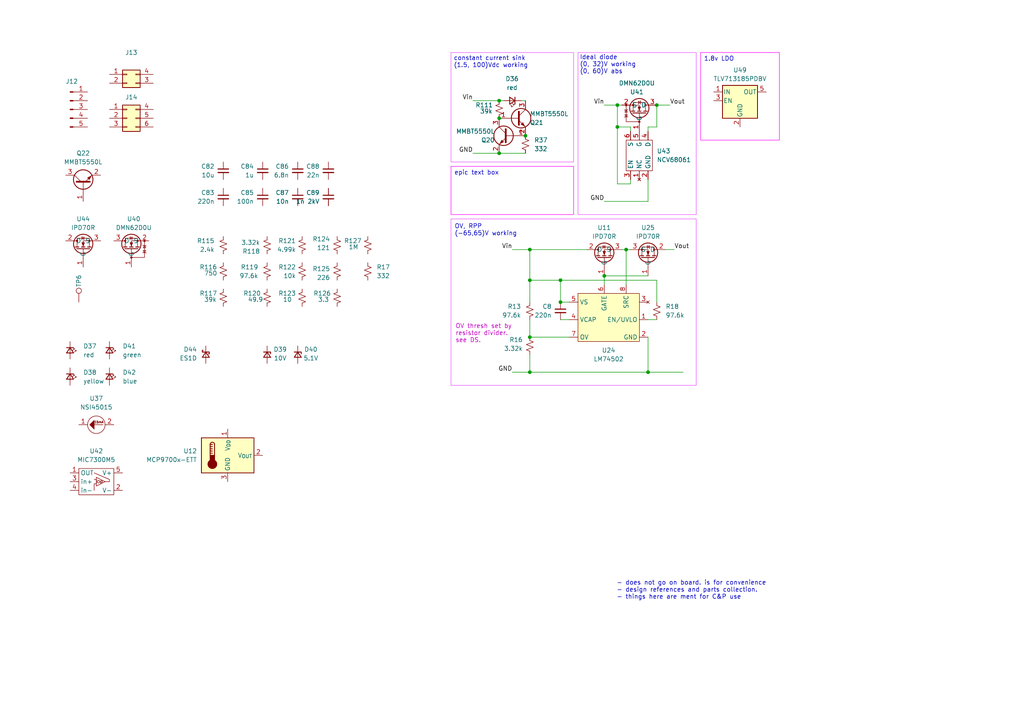
<source format=kicad_sch>
(kicad_sch (version 20250114) (generator "eeschema") (generator_version "9.0")
  (paper "A4")
  (lib_symbols
    (symbol "Connector:Conn_01x05_Pin" (pin_names (offset 1.016) (hide yes))
      (property "Reference" "J" (at 0 7.62 0))
      (property "Value" "Conn_01x05_Pin" (at 0 -7.62 0))
      (symbol "Conn_01x05_Pin_1_1"
        (pin passive line (at 5.08 5.08 180) (length 3.81) (name "Pin_1") (number "1"))
        (pin passive line (at 5.08 2.54 180) (length 3.81) (name "Pin_2") (number "2"))
        (pin passive line (at 5.08 0 180) (length 3.81) (name "Pin_3") (number "3"))
        (pin passive line (at 5.08 -2.54 180) (length 3.81) (name "Pin_4") (number "4"))
        (pin passive line (at 5.08 -5.08 180) (length 3.81) (name "Pin_5") (number "5"))
      )
    )
    (symbol "Connector:TestPoint" (pin_numbers (hide yes)) (pin_names (offset 0.762) (hide yes))
      (property "Reference" "TP" (at 0 6.858 0))
      (property "Value" "TestPoint" (at 0 5.08 0))
      (symbol "TestPoint_1_1"
        (pin passive line (at 0 0 90) (length 2.54) (name "1") (number "1"))
      )
    )
    (symbol "Connector_Generic:Conn_02x02_Counter_Clockwise" (pin_names (offset 1.016) (hide yes))
      (property "Reference" "J" (at 1.27 2.54 0))
      (property "Value" "Conn_02x02_Counter_Clockwise" (at 1.27 -5.08 0))
      (symbol "Conn_02x02_Counter_Clockwise_1_1"
        (pin passive line (at -5.08 0 0) (length 3.81) (name "Pin_1") (number "1"))
        (pin passive line (at -5.08 -2.54 0) (length 3.81) (name "Pin_2") (number "2"))
        (pin passive line (at 7.62 0 180) (length 3.81) (name "Pin_4") (number "4"))
        (pin passive line (at 7.62 -2.54 180) (length 3.81) (name "Pin_3") (number "3"))
      )
    )
    (symbol "Connector_Generic:Conn_02x03_Top_Bottom" (pin_names (offset 1.016) (hide yes))
      (property "Reference" "J" (at 1.27 5.08 0))
      (property "Value" "Conn_02x03_Top_Bottom" (at 1.27 -5.08 0))
      (symbol "Conn_02x03_Top_Bottom_1_1"
        (pin passive line (at -5.08 2.54 0) (length 3.81) (name "Pin_1") (number "1"))
        (pin passive line (at -5.08 0 0) (length 3.81) (name "Pin_2") (number "2"))
        (pin passive line (at -5.08 -2.54 0) (length 3.81) (name "Pin_3") (number "3"))
        (pin passive line (at 7.62 2.54 180) (length 3.81) (name "Pin_4") (number "4"))
        (pin passive line (at 7.62 0 180) (length 3.81) (name "Pin_5") (number "5"))
        (pin passive line (at 7.62 -2.54 180) (length 3.81) (name "Pin_6") (number "6"))
      )
    )
    (symbol "Device:C_Small" (pin_numbers (hide yes)) (pin_names (offset 0.254) (hide yes))
      (property "Reference" "C" (at 0.254 1.778 0))
      (property "Value" "C_Small" (at 0.254 -2.032 0))
      (symbol "C_Small_1_1"
        (pin passive line (at 0 2.54 270) (length 2.032) (name "~") (number "1"))
        (pin passive line (at 0 -2.54 90) (length 2.032) (name "~") (number "2"))
      )
    )
    (symbol "Device:D_Schottky_Small" (pin_numbers (hide yes)) (pin_names (offset 0.254) (hide yes))
      (property "Reference" "D" (at -1.27 2.032 0))
      (property "Value" "D_Schottky_Small" (at -7.112 -2.032 0))
      (symbol "D_Schottky_Small_1_1"
        (pin passive line (at -2.54 0 0) (length 1.778) (name "K") (number "1"))
        (pin passive line (at 2.54 0 180) (length 1.778) (name "A") (number "2"))
      )
    )
    (symbol "Device:D_Zener_Small" (pin_numbers (hide yes)) (pin_names (offset 0.254) (hide yes))
      (property "Reference" "D" (at 0 2.286 0))
      (property "Value" "D_Zener_Small" (at 0 -2.286 0))
      (symbol "D_Zener_Small_1_1"
        (pin passive line (at -2.54 0 0) (length 1.778) (name "K") (number "1"))
        (pin passive line (at 2.54 0 180) (length 1.778) (name "A") (number "2"))
      )
    )
    (symbol "Device:LED_Small" (pin_numbers (hide yes)) (pin_names (offset 0.254) (hide yes))
      (property "Reference" "D" (at -1.27 3.175 0))
      (property "Value" "LED_Small" (at -4.445 -2.54 0))
      (symbol "LED_Small_1_1"
        (pin passive line (at -2.54 0 0) (length 1.778) (name "K") (number "1"))
        (pin passive line (at 2.54 0 180) (length 1.778) (name "A") (number "2"))
      )
    )
    (symbol "Device:R_Small_US" (pin_numbers (hide yes)) (pin_names (offset 0.254) (hide yes))
      (property "Reference" "R" (at 0.762 0.508 0))
      (property "Value" "R_Small_US" (at 0.762 -1.016 0))
      (symbol "R_Small_US_1_1"
        (pin passive line (at 0 2.54 270) (length 1.016) (name "~") (number "1"))
        (pin passive line (at 0 -2.54 90) (length 1.016) (name "~") (number "2"))
      )
    )
    (symbol "Regulator_Linear:TLV713185PDBV" (pin_names (offset 0.254))
      (property "Reference" "U" (at -3.81 5.715 0))
      (property "Value" "TLV713185PDBV" (at 0 5.715 0))
      (symbol "TLV713185PDBV_1_1"
        (pin power_in line (at -7.62 2.54 0) (length 2.54) (name "IN") (number "1"))
        (pin input line (at -7.62 0 0) (length 2.54) (name "EN") (number "3"))
        (pin power_in line (at 0 -7.62 90) (length 2.54) (name "GND") (number "2"))
        (pin no_connect line (at 5.08 0 180) (length 2.54) (hide yes) (name "NC") (number "4"))
        (pin power_out line (at 7.62 2.54 180) (length 2.54) (name "OUT") (number "5"))
      )
    )
    (symbol "Sensor_Temperature:MCP9700x-ETT"
      (property "Reference" "U" (at -6.35 6.35 0))
      (property "Value" "MCP9700x-ETT" (at 1.27 6.35 0))
      (symbol "MCP9700x-ETT_1_1"
        (pin power_in line (at 0 7.62 270) (length 2.54) (name "V_{DD}") (number "1"))
        (pin power_in line (at 0 -7.62 90) (length 2.54) (name "GND") (number "3"))
        (pin output line (at 10.16 0 180) (length 2.54) (name "V_{OUT}") (number "2"))
      )
    )
    (symbol "Transistor_BJT:MMBT5550L" (pin_names (offset 0) (hide yes))
      (property "Reference" "Q" (at 5.08 1.905 0))
      (property "Value" "MMBT5550L" (at 5.08 0 0))
      (symbol "MMBT5550L_1_1"
        (pin input line (at -5.08 0 0) (length 2.54) (name "B") (number "1"))
        (pin passive line (at 2.54 5.08 270) (length 2.54) (name "C") (number "3"))
        (pin passive line (at 2.54 -5.08 90) (length 2.54) (name "E") (number "2"))
      )
    )
    (symbol "zzLocalLibrary:DMN62D0U"
      (property "Reference" "U" (at 3.302 1.016 0))
      (property "Value" "DMN62D0U" (at 0 0 0))
      (symbol "DMN62D0U_1_1"
        (pin input line (at -7.62 0 0) (length 2.54) (name "G") (number "1"))
        (pin passive line (at 0 5.08 270) (length 2.54) (name "D") (number "3"))
        (pin passive line (at 0 -5.08 90) (length 2.54) (name "S") (number "2"))
      )
    )
    (symbol "zzLocalLibrary:IPD70R"
      (property "Reference" "U" (at -4.572 6.096 0))
      (property "Value" "IPD70R" (at 0 0 0))
      (symbol "IPD70R_1_1"
        (pin input line (at -7.62 0 0) (length 2.54) (name "G") (number "1"))
        (pin passive line (at 0 5.08 270) (length 2.54) (name "D") (number "2"))
        (pin passive line (at 0 -5.08 90) (length 2.54) (name "S") (number "3"))
      )
    )
    (symbol "zzLocalLibrary:LM74502"
      (property "Reference" "U" (at 0 -7.366 0))
      (property "Value" "LM74502" (at 0 -2.794 0))
      (symbol "LM74502_1_1"
        (pin input line (at -11.43 5.08 0) (length 2.54) (name "VS") (number "5"))
        (pin input line (at -11.43 0 0) (length 2.54) (name "VCAP") (number "4"))
        (pin input line (at -11.43 -5.08 0) (length 2.54) (name "OV") (number "7"))
        (pin input line (at -1.27 10.16 270) (length 2.54) (name "GATE") (number "6"))
        (pin input line (at 5.08 10.16 270) (length 2.54) (name "SRC") (number "8"))
        (pin no_connect line (at 11.43 5.08 180) (length 2.54) (name "") (number "3"))
        (pin input line (at 11.43 0 180) (length 2.54) (name "EN/UVLO") (number "1"))
        (pin input line (at 11.43 -5.08 180) (length 2.54) (name "GND") (number "2"))
      )
    )
    (symbol "zzLocalLibrary:MIC7300M5"
      (property "Reference" "U" (at 0 7.112 0))
      (property "Value" "MIC7300M5" (at 0 5.08 0))
      (symbol "MIC7300M5_1_1"
        (pin output line (at -7.62 2.54 0) (length 2.54) (name "OUT") (number "1"))
        (pin input line (at -7.62 0 0) (length 2.54) (name "in+") (number "3"))
        (pin input line (at -7.62 -2.54 0) (length 2.54) (name "in-") (number "4"))
        (pin power_in line (at 7.62 2.54 180) (length 2.54) (name "V+") (number "5"))
        (pin power_in line (at 7.62 -2.54 180) (length 2.54) (name "V-") (number "2"))
      )
    )
    (symbol "zzLocalLibrary:NCV68061"
      (property "Reference" "U" (at -0.254 7.112 0))
      (property "Value" "NCV68061" (at -0.254 5.334 0))
      (symbol "NCV68061_1_1"
        (pin input line (at -7.62 2.54 0) (length 2.54) (name "EN") (number "3"))
        (pin no_connect line (at -7.62 0 0) (length 2.54) (name "NC") (number "1"))
        (pin input line (at -7.62 -2.54 0) (length 2.54) (name "GND") (number "2"))
        (pin input line (at 6.35 2.54 180) (length 2.54) (name "S") (number "6"))
        (pin input line (at 6.35 0 180) (length 2.54) (name "G") (number "5"))
        (pin input line (at 6.35 -2.54 180) (length 2.54) (name "D") (number "4"))
      )
    )
    (symbol "zzLocalLibrary:NSI45015"
      (property "Reference" "U" (at 0 5.842 0))
      (property "Value" "NSI45015" (at 0 4.064 0))
      (symbol "NSI45015_1_1"
        (text "15mA" (at 0.762 -0.508 0) (effects (font (size 0.635 0.635))))
        (pin power_out line (at -5.08 -1.27 0) (length 2.54) (name "") (number "1"))
        (pin power_in line (at 5.08 -1.27 180) (length 2.54) (name "") (number "2"))
      )
    )
  )
  (rectangle (start 130.81 63.5) (end 201.93 111.76) (stroke (width 0) (color 234 84 255 1)))
  (rectangle (start 167.64 15.24) (end 201.93 62.23) (stroke (width 0) (color 234 84 255 1)))
  (rectangle (start 130.81 15.24) (end 166.37 46.99) (stroke (width 0) (color 234 84 255 1)))
  (text "OV thresh set by \nresistor divider.\nsee DS.\n" (at 132.08 93.98 0) (effects (font (size 1.27 1.27)) (justify left top)))
  (text "- does not go on board. is for convenience\n- design references and parts collection.\n- things here are ment for C&P use" (at 178.816 168.402 0) (effects (font (size 1.27 1.27)) (justify left top)))
  (text "OV, RPP\n(-65,65)V working" (at 131.826 66.802 0) (effects (font (size 1.27 1.27)) (justify left)))
  (text "Ideal diode\n(0, 32)V working\n(0, 60)V abs" (at 168.148 16.002 0) (effects (font (size 1.27 1.27)) (justify left top)))
  (text "constant current sink\n(1.5, 100)Vdc working" (at 131.572 16.256 0) (effects (font (size 1.27 1.27)) (justify left top)))
  (text_box "epic text box" (at 130.81 48.26 0) (size 35.56 13.97) (margins 0.9525 0.9525 0.9525 0.9525) (stroke (width 0) (color 255 0 255 1)) (effects (font (size 1.27 1.27)) (justify left top)))
  (text_box "1.8v LDO" (at 203.2 15.24 0) (size 22.86 25.4) (margins 0.9525 0.9525 0.9525 0.9525) (stroke (width 0) (color 255 0 255 1)) (effects (font (size 1.27 1.27)) (justify left top)))
  (junction (at 153.67 72.39))
  (junction (at 175.26 80.01))
  (junction (at 152.4 39.37))
  (junction (at 181.61 72.39))
  (junction (at 187.96 107.95))
  (junction (at 144.78 29.21))
  (junction (at 153.67 81.28))
  (junction (at 179.07 30.48))
  (junction (at 153.67 97.79))
  (junction (at 162.56 87.63))
  (junction (at 144.78 34.29))
  (junction (at 153.67 107.95))
  (junction (at 144.78 44.45))
  (junction (at 190.5 30.48))
  (junction (at 179.07 36.83))
  (junction (at 162.56 81.28))
  (wire (pts (xy 190.5 87.63) (xy 190.5 81.28)))
  (wire (pts (xy 179.07 30.48) (xy 179.07 36.83)))
  (wire (pts (xy 193.04 72.39) (xy 195.58 72.39)))
  (wire (pts (xy 162.56 81.28) (xy 153.67 81.28)))
  (wire (pts (xy 187.96 52.07) (xy 187.96 58.42)))
  (wire (pts (xy 153.67 102.87) (xy 153.67 107.95)))
  (wire (pts (xy 179.07 53.34) (xy 182.88 53.34)))
  (wire (pts (xy 153.67 92.71) (xy 153.67 97.79)))
  (wire (pts (xy 190.5 81.28) (xy 162.56 81.28)))
  (wire (pts (xy 175.26 80.01) (xy 187.96 80.01)))
  (wire (pts (xy 175.26 80.01) (xy 175.26 82.55)))
  (wire (pts (xy 153.67 107.95) (xy 187.96 107.95)))
  (wire (pts (xy 162.56 87.63) (xy 165.1 87.63)))
  (wire (pts (xy 162.56 81.28) (xy 162.56 87.63)))
  (wire (pts (xy 153.67 97.79) (xy 165.1 97.79)))
  (wire (pts (xy 148.59 72.39) (xy 153.67 72.39)))
  (wire (pts (xy 182.88 38.1) (xy 182.88 36.83)))
  (wire (pts (xy 175.26 58.42) (xy 187.96 58.42)))
  (wire (pts (xy 137.16 44.45) (xy 144.78 44.45)))
  (wire (pts (xy 182.88 52.07) (xy 182.88 53.34)))
  (wire (pts (xy 181.61 72.39) (xy 181.61 82.55)))
  (wire (pts (xy 179.07 36.83) (xy 182.88 36.83)))
  (wire (pts (xy 179.07 30.48) (xy 180.34 30.48)))
  (wire (pts (xy 144.78 29.21) (xy 146.05 29.21)))
  (wire (pts (xy 137.16 29.21) (xy 144.78 29.21)))
  (wire (pts (xy 179.07 36.83) (xy 179.07 53.34)))
  (wire (pts (xy 162.56 92.71) (xy 165.1 92.71)))
  (wire (pts (xy 153.67 72.39) (xy 170.18 72.39)))
  (wire (pts (xy 187.96 92.71) (xy 190.5 92.71)))
  (wire (pts (xy 187.96 36.83) (xy 190.5 36.83)))
  (wire (pts (xy 190.5 30.48) (xy 194.31 30.48)))
  (wire (pts (xy 180.34 72.39) (xy 181.61 72.39)))
  (wire (pts (xy 153.67 72.39) (xy 153.67 81.28)))
  (wire (pts (xy 153.67 81.28) (xy 153.67 87.63)))
  (wire (pts (xy 187.96 107.95) (xy 198.12 107.95)))
  (wire (pts (xy 151.13 29.21) (xy 152.4 29.21)))
  (wire (pts (xy 175.26 30.48) (xy 179.07 30.48)))
  (wire (pts (xy 144.78 44.45) (xy 152.4 44.45)))
  (wire (pts (xy 190.5 36.83) (xy 190.5 30.48)))
  (wire (pts (xy 187.96 97.79) (xy 187.96 107.95)))
  (wire (pts (xy 148.59 107.95) (xy 153.67 107.95)))
  (wire (pts (xy 187.96 38.1) (xy 187.96 36.83)))
  (wire (pts (xy 181.61 72.39) (xy 182.88 72.39)))
  (label "GND" (at 175.26 58.42 180))
  (label "Vout" (at 194.31 30.48 0))
  (label "Vout" (at 195.58 72.39 0))
  (label "GND" (at 148.59 107.95 180))
  (label "GND" (at 137.16 44.45 180))
  (label "Vin" (at 148.59 72.39 180))
  (label "Vin" (at 175.26 30.48 180))
  (label "Vin" (at 137.16 29.21 180))
  (symbol (lib_id "Device:R_Small_US") (at 106.68 78.74 180) (unit 1)
    (property "Reference" "R17" (at 109.22 77.4699 0) (effects (justify right)))
    (property "Value" "332" (at 109.22 80.0099 0) (effects (justify right)))
    (property "Footprint" "Resistor_SMD:R_1206_3216Metric_Pad1.30x1.75mm_HandSolder" (effects (hide yes)))
    (property "Description" "Resistor, small US symbol" (effects (hide yes)))
    (property "specs" "332 ohm, 250mW, 200V, 1%, 100ppm, -55C, +155C" (effects (hide yes)))
    (property "mouser" "https://www.mouser.com/ProductDetail/YAGEO/AC1206FR-07332RL?qs=sGAEpiMZZMvdGkrng054txZnKwhPFOhA4suuzGTX%2F2A%3D" (effects (hide yes)))
    (property "unit x10" "0.016" (effects (hide yes)))
    (property "unit x1" "0.10" (effects (hide yes)))
  )
  (symbol (lib_id "Device:R_Small_US") (at 77.47 78.74 0) (mirror x) (unit 1)
    (property "Reference" "R119" (at 74.93 77.4699 0) (effects (justify right)))
    (property "Value" "97.6k" (at 74.93 80.0099 0) (effects (justify right)))
    (property "Footprint" "Resistor_SMD:R_0805_2012Metric_Pad1.20x1.40mm_HandSolder" (effects (hide yes)))
    (property "Description" "Resistor, small US symbol" (effects (hide yes)))
    (property "mouser" "https://www.mouser.com/ProductDetail/KOA-Speer/RK73H2ATTD9762F?qs=sGAEpiMZZMvdGkrng054tz%252BUJoUq5nhIYmtkGFxIWAo%3D" (effects (hide yes)))
    (property "unit x10" "0.02" (effects (hide yes)))
    (property "unit x1" "0.1" (effects (hide yes)))
    (property "specs " "250mW, 97.6k, 1%, 100ppm, -55c, +155c, 150V" (effects (hide yes)))
  )
  (symbol (lib_id "Device:C_Small") (at 76.2 57.15 0) (mirror y) (unit 1)
    (property "Reference" "C85" (at 73.66 55.8862 0) (effects (justify left)))
    (property "Value" "100n" (at 73.66 58.4262 0) (effects (justify left)))
    (property "Footprint" "Capacitor_SMD:C_1206_3216Metric_Pad1.33x1.80mm_HandSolder" (effects (hide yes)))
    (property "mouser" "https://www.mouser.com/ProductDetail/Walsin/1206B104K251CT?qs=fIkAfuXiAQKkmX5niKUTKw%3D%3D" (effects (hide yes)))
    (property "specs" "100nF, 250VDC, X7R, 10%, -55C, +125C" (effects (hide yes)))
    (property "unit x10" "0.042" (effects (hide yes)))
  )
  (symbol (lib_id "Device:R_Small_US") (at 97.79 86.36 0) (mirror x) (unit 1)
    (property "Reference" "R126" (at 96.012 85.09 0) (effects (justify right)))
    (property "Value" "3.3" (at 92.202 86.868 0) (effects (justify left)))
    (property "Footprint" "Resistor_SMD:R_1206_3216Metric_Pad1.30x1.75mm_HandSolder" (effects (hide yes)))
    (property "Description" "Resistor, US symbol" (effects (hide yes)))
    (property "mouser" "https://www.mouser.com/ProductDetail/Vishay-Beyschlag/MCA1206MC3308FP500?qs=sGAEpiMZZMvdGkrng054t2cqbZCzJY7NpFT1wKYFTnMsg8IPAC%252BI%252Bw%3D%3D" (effects (hide yes)))
    (property "specs" "3.3 ohm, 250mW, 1%, 50ppm, 200V, -55C, +175C" (effects (hide yes)))
    (property "unit x10" "0.334" (effects (hide yes)))
    (property "unit x1" "0.47" (effects (hide yes)))
  )
  (symbol (lib_id "Connector_Generic:Conn_02x03_Top_Bottom") (at 36.83 34.29 0) (unit 1)
    (property "Reference" "J14" (at 38.1 28.194 0))
    (property "Value" "Conn_02x03_Top_Bottom" (effects (hide yes)))
    (property "Footprint" "Connector_Molex:Molex_Micro-Fit_3.0_43045-0600_2x03_P3.00mm_Horizontal" (effects (hide yes)))
    (property "Description" "Generic connector, double row, 02x03, top/bottom pin numbering scheme (row 1: 1...pins_per_row, row2: pins_per_row+1 ... num_pins), script generated (kicad-library-utils/schlib/autogen/connector/)" (effects (hide yes)))
    (property "mouser" "https://www.mouser.com/ProductDetail/Molex/43045-0600?qs=mrPiglD9aYJ8CzJ%2FE2PNbw%3D%3D&srsltid=AfmBOop7-nikRF2atEfFslZtuPWfqFOihNLqcdVlYseRCGCFOiFBx6Nk" (effects (hide yes)))
    (property "unit x10" "1.19" (effects (hide yes)))
    (property "unit x1" "1.46" (effects (hide yes)))
  )
  (symbol (lib_id "Device:R_Small_US") (at 153.67 90.17 0) (mirror x) (unit 1)
    (property "Reference" "R13" (at 151.13 88.8999 0) (effects (justify right)))
    (property "Value" "97.6k" (at 151.13 91.4399 0) (effects (justify right)))
    (property "Footprint" "Resistor_SMD:R_0805_2012Metric_Pad1.20x1.40mm_HandSolder" (effects (hide yes)))
    (property "Description" "Resistor, small US symbol" (effects (hide yes)))
    (property "mouser" "https://www.mouser.com/ProductDetail/KOA-Speer/RK73H2ATTD9762F?qs=sGAEpiMZZMvdGkrng054tz%252BUJoUq5nhIYmtkGFxIWAo%3D" (effects (hide yes)))
    (property "unit x10" "0.02" (effects (hide yes)))
    (property "unit x1" "0.1" (effects (hide yes)))
    (property "specs " "250mW, 97.6k, 1%, 100ppm, -55c, +155c, 150V" (effects (hide yes)))
  )
  (symbol (lib_id "Device:R_Small_US") (at 77.47 71.12 0) (mirror y) (unit 1)
    (property "Reference" "R118" (at 75.438 72.898 0) (effects (justify left)))
    (property "Value" "3.32k" (at 75.438 70.358 0) (effects (justify left)))
    (property "Footprint" "Resistor_SMD:R_0805_2012Metric_Pad1.20x1.40mm_HandSolder" (effects (hide yes)))
    (property "Description" "Resistor, US symbol" (effects (hide yes)))
    (property "mouser" "https://www.mouser.com/ProductDetail/Walsin/WR08X3321FTL?qs=sGAEpiMZZMvdGkrng054twKDKoBh%252BscnhzVUopLjNIsmzZlnTa4U1w%3D%3D" (effects (hide yes)))
    (property "specs" "3.32kOhm, 1%, 150V, 125mW, 100ppm, -55C, 155C" (effects (hide yes)))
    (property "unit x1" "0.10" (effects (hide yes)))
    (property "unit x10" "0.019" (effects (hide yes)))
  )
  (symbol (lib_id "Device:R_Small_US") (at 153.67 100.33 180) (unit 1)
    (property "Reference" "R16" (at 151.638 98.552 0) (effects (justify left)))
    (property "Value" "3.32k" (at 151.638 101.092 0) (effects (justify left)))
    (property "Footprint" "Resistor_SMD:R_0805_2012Metric_Pad1.20x1.40mm_HandSolder" (effects (hide yes)))
    (property "Description" "Resistor, US symbol" (effects (hide yes)))
    (property "mouser" "https://www.mouser.com/ProductDetail/Walsin/WR08X3321FTL?qs=sGAEpiMZZMvdGkrng054twKDKoBh%252BscnhzVUopLjNIsmzZlnTa4U1w%3D%3D" (effects (hide yes)))
    (property "specs" "3.32kOhm, 1%, 150V, 125mW, 100ppm, -55C, 155C" (effects (hide yes)))
    (property "unit x1" "0.10" (effects (hide yes)))
    (property "unit x10" "0.019" (effects (hide yes)))
  )
  (symbol (lib_id "Connector:Conn_01x05_Pin") (at 20.32 31.75 0) (unit 1)
    (property "Reference" "J12" (at 20.828 23.622 0))
    (property "Value" "Conn_01x05_Pin" (effects (hide yes)))
    (property "Footprint" "Connector_Molex:Molex_Micro-Fit_3.0_43650-0500_1x05_P3.00mm_Horizontal" (effects (hide yes)))
    (property "Description" "Generic connector, single row, 01x05, script generated" (effects (hide yes)))
  )
  (symbol (lib_id "zzLocalLibrary:DMN62D0U") (at 185.42 30.48 270) (mirror x) (unit 1)
    (property "Reference" "U41" (at 184.7215 26.67 90))
    (property "Value" "DMN62D0U" (at 184.7215 24.13 90))
    (property "Footprint" "Package_TO_SOT_SMD:SOT-23_Handsoldering" (effects (hide yes)))
    (property "Datasheet" "https://4donline.ihs.com/images/VipMasterIC/IC/DIOD/DIOD-S-A0002833665/DIOD-S-A0002833270-1.pdf?hkey=CECEF36DEECDED6468708AAF2E19C0C6" (effects (hide yes)))
    (property "specs" "500mVth, 60Vds, +-20Vgs, 380mA cont, 2 ohm, 590mW" (effects (hide yes)))
    (property "mouser" "https://www.mouser.com/ProductDetail/Diodes-Incorporated/DMN62D0U-7?qs=ANipbH0jDF1YQ7DvWYjVRw%3D%3D" (effects (hide yes)))
    (property "unit x10" "0.102" (effects (hide yes)))
    (property "unit x1" "0.12" (effects (hide yes)))
  )
  (symbol (lib_id "Device:R_Small_US") (at 64.77 78.74 0) (mirror x) (unit 1)
    (property "Reference" "R116" (at 62.992 77.47 0) (effects (justify right)))
    (property "Value" "750" (at 59.182 79.248 0) (effects (justify left)))
    (property "Footprint" "Resistor_SMD:R_1206_3216Metric_Pad1.30x1.75mm_HandSolder" (effects (hide yes)))
    (property "Datasheet" "https://www.mouser.com/ProductDetail/Panasonic/ERJ-P08F6800V?qs=iIVTEDlrHA3SVAPfz%2FMedg%3D%3D" (effects (hide yes)))
    (property "Description" "Resistor, US symbol" (effects (hide yes)))
    (property "mouser" "https://www.mouser.com/ProductDetail/YAGEO/RC1206JR-13750RL?qs=sGAEpiMZZMvdGkrng054t8AJgcdMkx7xRBGyMWDk%2FFM%3D" (effects (hide yes)))
    (property "specs" "750mOhm, 250mW, 5%, 100PPM, 200C, -55C, +155C" (effects (hide yes)))
    (property "unit x10" "0.022" (effects (hide yes)))
    (property "unit x1" "0.1" (effects (hide yes)))
  )
  (symbol (lib_id "Device:R_Small_US") (at 64.77 86.36 0) (mirror x) (unit 1)
    (property "Reference" "R117" (at 62.992 85.09 0) (effects (justify right)))
    (property "Value" "39k" (at 59.182 86.868 0) (effects (justify left)))
    (property "Footprint" "Resistor_SMD:R_0805_2012Metric_Pad1.20x1.40mm_HandSolder" (effects (hide yes)))
    (property "Datasheet" "https://www.mouser.com/ProductDetail/Panasonic/ERJ-P08F6800V?qs=iIVTEDlrHA3SVAPfz%2FMedg%3D%3D" (effects (hide yes)))
    (property "Description" "Resistor, US symbol" (effects (hide yes)))
    (property "mouser" "https://www.mouser.com/ProductDetail/KOA-Speer/RK73B2ATTD393J?qs=sGAEpiMZZMvdGkrng054t7JT%252BZ6rIJkYnQBIQ0nUEPI%3D" (effects (hide yes)))
    (property "specs" "39k Ohm,250mW, 150V, 5%, 200ppm, -55C, +155C" (effects (hide yes)))
    (property "unit x10" "0.017" (effects (hide yes)))
    (property "unit x1" "0.1" (effects (hide yes)))
  )
  (symbol (lib_id "Connector:TestPoint") (at 22.86 87.63 0) (unit 1) (in_bom no)
    (property "Reference" "TP6" (at 22.86 83.312 90) (effects (justify left)))
    (property "Value" "TestPoint" (effects (hide yes)))
    (property "Footprint" "TestPoint:TestPoint_Loop_D2.50mm_Drill1.0mm_LowProfile" (effects (hide yes)))
    (property "Description" "test point" (effects (hide yes)))
  )
  (symbol (lib_id "Device:LED_Small") (at 31.75 101.6 270) (unit 1)
    (property "Reference" "D41" (at 35.56 100.3934 90) (effects (justify left)))
    (property "Value" "green" (at 35.56 102.9334 90) (effects (justify left)))
    (property "Footprint" "LED_SMD:LED_0805_2012Metric_Pad1.15x1.40mm_HandSolder" (effects (hide yes)))
    (property "Description" "Light emitting diode, small symbol" (effects (hide yes)))
    (property "specs" "5mA, 90mW, 2.5Vf, 5Vr, 525nm, 230mcd" (effects (hide yes)))
    (property "mouser" "https://www.mouser.com/ProductDetail/Inolux/IN-S85CS5G?qs=stqOd1AaK78kgbAhYU96ww%3D%3D" (effects (hide yes)))
    (property "unit x10" "0.187" (effects (hide yes)))
    (property "unit x1" "0.27" (effects (hide yes)))
  )
  (symbol (lib_id "Device:LED_Small") (at 148.59 29.21 180) (unit 1)
    (property "Reference" "D36" (at 148.5265 22.86 0))
    (property "Value" "red" (at 148.5265 25.4 0))
    (property "Footprint" "LED_SMD:LED_0805_2012Metric_Pad1.15x1.40mm_HandSolder" (effects (hide yes)))
    (property "Description" "Light emitting diode, small symbol" (effects (hide yes)))
    (property "specs" "5mA, 75mW, 1.8Vf, 5Vr, 622nm, 35mcd" (effects (hide yes)))
    (property "mouser" "https://www.mouser.com/ProductDetail/Inolux/IN-S85CS5R?qs=stqOd1AaK7%2F0oCzTIXliSw%3D%3D" (effects (hide yes)))
    (property "unit x10" "0.14" (effects (hide yes)))
    (property "unit x1" "0.21" (effects (hide yes)))
  )
  (symbol (lib_id "Device:R_Small_US") (at 144.78 31.75 0) (mirror x) (unit 1)
    (property "Reference" "R111" (at 143.002 30.48 0) (effects (justify right)))
    (property "Value" "39k" (at 139.192 32.258 0) (effects (justify left)))
    (property "Footprint" "Resistor_SMD:R_0805_2012Metric_Pad1.20x1.40mm_HandSolder" (effects (hide yes)))
    (property "Datasheet" "https://www.mouser.com/ProductDetail/Panasonic/ERJ-P08F6800V?qs=iIVTEDlrHA3SVAPfz%2FMedg%3D%3D" (effects (hide yes)))
    (property "Description" "Resistor, US symbol" (effects (hide yes)))
    (property "mouser" "https://www.mouser.com/ProductDetail/KOA-Speer/RK73B2ATTD393J?qs=sGAEpiMZZMvdGkrng054t7JT%252BZ6rIJkYnQBIQ0nUEPI%3D" (effects (hide yes)))
    (property "specs" "39k Ohm,250mW, 150V, 5%, 200ppm, -55C, +155C" (effects (hide yes)))
    (property "unit x10" "0.017" (effects (hide yes)))
    (property "unit x1" "0.1" (effects (hide yes)))
  )
  (symbol (lib_id "Transistor_BJT:MMBT5550L") (at 24.13 53.34 90) (unit 1)
    (property "Reference" "Q22" (at 24.13 44.45 90))
    (property "Value" "MMBT5550L" (at 24.13 46.99 90))
    (property "Footprint" "Package_TO_SOT_SMD:SOT-23" (effects (hide yes)))
    (property "Datasheet" "www.onsemi.com/pub/Collateral/MMBT5550LT1-D.PDF" (effects (hide yes)))
    (property "Description" "0.6A Ic, 140V Vce, NPN Transistor, SOT-23" (effects (hide yes)))
    (property "mouser" "https://www.mouser.com/ProductDetail/onsemi/MMBT5550LT1G?qs=R2UZ7gjkEjKW3fmkaqXxTw%3D%3D" (effects (hide yes)))
    (property "unit x10" "0.087" (effects (hide yes)))
    (property "unit x1" "0.14" (effects (hide yes)))
  )
  (symbol (lib_id "zzLocalLibrary:IPD70R") (at 175.26 72.39 90) (unit 1)
    (property "Reference" "U11" (at 175.26 66.04 90))
    (property "Value" "IPD70R" (at 175.26 68.58 90))
    (property "Footprint" "Package_TO_SOT_SMD:TO-252-2" (effects (hide yes)))
    (property "Description" "nmos, 300mOhm, 700Vdc, 2.5 [16,-16]Vgs, -40C,+150C" (effects (hide yes)))
    (property "mouser" "https://www.mouser.com/ProductDetail/Infineon-Technologies/IPD70R360P7SAUMA1?qs=KuGazDKa6A7NZ4kbDDKXAg%3D%3D" (effects (hide yes)))
    (property "unit x10" "0.482" (effects (hide yes)))
    (property "unit x1" "0.55" (effects (hide yes)))
  )
  (symbol (lib_id "zzLocalLibrary:NSI45015") (at 27.94 121.92 0) (unit 1)
    (property "Reference" "U37" (at 27.94 115.57 0))
    (property "Value" "NSI45015" (at 27.94 118.11 0))
    (property "Footprint" "Diode_SMD:D_SOD-123" (effects (hide yes)))
    (property "Description" "constant current source" (effects (hide yes)))
    (property "specs" "15mA, 1.8Vf, 0.5Vr, 45Vin max, 19mA pulse max" (effects (hide yes)))
    (property "mouser" "https://www.mouser.com/ProductDetail/onsemi/NSI45015WT1G?qs=Ddzdinyxz%2FnuNrBTArknkA%3D%3D" (effects (hide yes)))
    (property "unit x10" "0.172" (effects (hide yes)))
    (property "unit x1" "0.25" (effects (hide yes)))
  )
  (symbol (lib_id "Device:R_Small_US") (at 87.63 86.36 0) (mirror x) (unit 1)
    (property "Reference" "R123" (at 85.852 85.09 0) (effects (justify right)))
    (property "Value" "10" (at 82.042 86.868 0) (effects (justify left)))
    (property "Footprint" "Resistor_SMD:R_1206_3216Metric_Pad1.30x1.75mm_HandSolder" (effects (hide yes)))
    (property "Description" "Resistor, US symbol" (effects (hide yes)))
    (property "mouser" "https://www.mouser.com/ProductDetail/KOA-Speer/RK73H2BTTD10R0F?qs=sGAEpiMZZMvdGkrng054t5lOknjIQAOXyrbkC5%252B9uLU%3D" (effects (hide yes)))
    (property "specs" "10 ohm,250mW, 1%, 200V" (effects (hide yes)))
    (property "unit x10" "0.026" (effects (hide yes)))
    (property "unit x1" "0.1" (effects (hide yes)))
  )
  (symbol (lib_id "Device:R_Small_US") (at 77.47 86.36 0) (mirror x) (unit 1)
    (property "Reference" "R120" (at 75.692 85.09 0) (effects (justify right)))
    (property "Value" "49.9" (at 71.882 86.868 0) (effects (justify left)))
    (property "Footprint" "Resistor_SMD:R_0805_2012Metric_Pad1.20x1.40mm_HandSolder" (effects (hide yes)))
    (property "Description" "Resistor, US symbol" (effects (hide yes)))
    (property "mouser" "https://www.mouser.com/ProductDetail/Vishay/CRCW080549R9FKEA?qs=sGAEpiMZZMvdGkrng054txEw7b1YnvGudG63Yk9YxfA%3D" (effects (hide yes)))
    (property "specs" "49.9 ohm, 250mW, 1% , 150V, 100ppm" (effects (hide yes)))
    (property "unit x10" "0.026" (effects (hide yes)))
    (property "unit x1" "0.1" (effects (hide yes)))
  )
  (symbol (lib_id "Transistor_BJT:MMBT5550L") (at 149.86 34.29 0) (unit 1)
    (property "Reference" "Q21" (at 153.67 35.5601 0) (effects (justify left)))
    (property "Value" "MMBT5550L" (at 153.67 33.0201 0) (effects (justify left)))
    (property "Footprint" "Package_TO_SOT_SMD:SOT-23" (effects (hide yes)))
    (property "Datasheet" "www.onsemi.com/pub/Collateral/MMBT5550LT1-D.PDF" (effects (hide yes)))
    (property "Description" "0.6A Ic, 140V Vce, NPN Transistor, SOT-23" (effects (hide yes)))
    (property "mouser" "https://www.mouser.com/ProductDetail/onsemi/MMBT5550LT1G?qs=R2UZ7gjkEjKW3fmkaqXxTw%3D%3D" (effects (hide yes)))
    (property "unit x10" "0.087" (effects (hide yes)))
    (property "unit x1" "0.14" (effects (hide yes)))
  )
  (symbol (lib_id "zzLocalLibrary:DMN62D0U") (at 38.1 69.85 90) (unit 1)
    (property "Reference" "U40" (at 38.7985 63.5 90))
    (property "Value" "DMN62D0U" (at 38.7985 66.04 90))
    (property "Footprint" "Package_TO_SOT_SMD:SOT-23_Handsoldering" (effects (hide yes)))
    (property "Datasheet" "https://4donline.ihs.com/images/VipMasterIC/IC/DIOD/DIOD-S-A0002833665/DIOD-S-A0002833270-1.pdf?hkey=CECEF36DEECDED6468708AAF2E19C0C6" (effects (hide yes)))
    (property "specs" "500mVth, 60Vds, +-20Vgs, 380mA cont, 2 ohm, 590mW" (effects (hide yes)))
    (property "mouser" "https://www.mouser.com/ProductDetail/Diodes-Incorporated/DMN62D0U-7?qs=ANipbH0jDF1YQ7DvWYjVRw%3D%3D" (effects (hide yes)))
    (property "unit x10" "0.102" (effects (hide yes)))
    (property "unit x1" "0.12" (effects (hide yes)))
  )
  (symbol (lib_id "Device:R_Small_US") (at 97.79 71.12 180) (unit 1)
    (property "Reference" "R124" (at 95.758 69.342 0) (effects (justify left)))
    (property "Value" "121" (at 95.758 71.882 0) (effects (justify left)))
    (property "Footprint" "Resistor_SMD:R_0805_2012Metric_Pad1.20x1.40mm_HandSolder" (effects (hide yes)))
    (property "Description" "Resistor, US symbol" (effects (hide yes)))
    (property "mouser" "https://www.mouser.com/ProductDetail/SEI-Stackpole/RNCP0805FTD121R?qs=sGAEpiMZZMvdGkrng054tyMPH50YnZ95dJmxWK8e%2FBgSyeAIVnAHjA%3D%3D" (effects (hide yes)))
    (property "specs" "121Ohm, 200V, 250mW, 1%, 100ppm, -55C, +155C" (effects (hide yes)))
    (property "unit x1" "0.10" (effects (hide yes)))
    (property "unit x10" "0.012" (effects (hide yes)))
  )
  (symbol (lib_id "Device:C_Small") (at 64.77 49.53 0) (mirror y) (unit 1)
    (property "Reference" "C82" (at 62.23 48.2662 0) (effects (justify left)))
    (property "Value" "10u" (at 62.23 50.8062 0) (effects (justify left)))
    (property "Footprint" "Capacitor_SMD:C_1206_3216Metric_Pad1.33x1.80mm_HandSolder" (effects (hide yes)))
    (property "mouser" "https://www.mouser.com/ProductDetail/Samsung-Electro-Mechanics/CL31A106KBHNNNE?qs=sGAEpiMZZMsh%252B1woXyUXjxqcB7t9naYpzWmpMbMJIKQ%3D" (effects (hide yes)))
    (property "specs" "10uF, 50VDC, X5R, 10%, -55C, +85C" (effects (hide yes)))
    (property "unit x10" "0.07" (effects (hide yes)))
  )
  (symbol (lib_id "Device:C_Small") (at 76.2 49.53 0) (mirror y) (unit 1)
    (property "Reference" "C84" (at 73.66 48.2662 0) (effects (justify left)))
    (property "Value" "1u" (at 73.66 50.8062 0) (effects (justify left)))
    (property "Footprint" "Capacitor_SMD:C_1206_3216Metric_Pad1.33x1.80mm_HandSolder" (effects (hide yes)))
    (property "mouser" "https://www.mouser.com/ProductDetail/Samsung-Electro-Mechanics/CL31B105KCHNNNE?qs=349EhDEZ59qH1i3RhF2lug%3D%3D" (effects (hide yes)))
    (property "specs" "1uF, 100VDC, X7R, 10%, -55C, +125C" (effects (hide yes)))
    (property "unit x10" "0.07" (effects (hide yes)))
  )
  (symbol (lib_id "Transistor_BJT:MMBT5550L") (at 147.32 39.37 0) (mirror y) (unit 1)
    (property "Reference" "Q20" (at 143.51 40.6401 0) (effects (justify left)))
    (property "Value" "MMBT5550L" (at 143.51 38.1001 0) (effects (justify left)))
    (property "Footprint" "Package_TO_SOT_SMD:SOT-23" (effects (hide yes)))
    (property "Datasheet" "www.onsemi.com/pub/Collateral/MMBT5550LT1-D.PDF" (effects (hide yes)))
    (property "Description" "0.6A Ic, 140V Vce, NPN Transistor, SOT-23" (effects (hide yes)))
    (property "mouser" "https://www.mouser.com/ProductDetail/onsemi/MMBT5550LT1G?qs=R2UZ7gjkEjKW3fmkaqXxTw%3D%3D" (effects (hide yes)))
    (property "unit x10" "0.087" (effects (hide yes)))
    (property "unit x1" "0.14" (effects (hide yes)))
  )
  (symbol (lib_id "Device:R_Small_US") (at 190.5 90.17 180) (unit 1)
    (property "Reference" "R18" (at 193.04 88.8999 0) (effects (justify right)))
    (property "Value" "97.6k" (at 193.04 91.4399 0) (effects (justify right)))
    (property "Footprint" "Resistor_SMD:R_0805_2012Metric_Pad1.20x1.40mm_HandSolder" (effects (hide yes)))
    (property "Description" "Resistor, small US symbol" (effects (hide yes)))
    (property "mouser" "https://www.mouser.com/ProductDetail/KOA-Speer/RK73H2ATTD9762F?qs=sGAEpiMZZMvdGkrng054tz%252BUJoUq5nhIYmtkGFxIWAo%3D" (effects (hide yes)))
    (property "unit x10" "0.02" (effects (hide yes)))
    (property "unit x1" "0.1" (effects (hide yes)))
    (property "specs " "250mW, 97.6k, 1%, 100ppm, -55c, +155c, 150V" (effects (hide yes)))
  )
  (symbol (lib_id "Sensor_Temperature:MCP9700x-ETT") (at 66.04 132.08 0) (unit 1)
    (property "Reference" "U12" (at 57.15 130.8099 0) (effects (justify right)))
    (property "Value" "MCP9700x-ETT" (at 57.15 133.3499 0) (effects (justify right)))
    (property "Footprint" "Package_TO_SOT_SMD:SOT-23-3" (effects (hide yes)))
    (property "Datasheet" "http://ww1.microchip.com/downloads/en/devicedoc/20001942g.pdf" (effects (hide yes)))
    (property "Description" "Low power, analog thermistor temperature sensor, ±4C accuracy, -40C to +125C, in SOT-23-3" (effects (hide yes)))
    (property "mouser" "https://www.mouser.com/ProductDetail/Microchip-Technology/MCP9701T-E-TT?qs=sGAEpiMZZMvg0ceH8xRWVS%2FBEgYaUXC1mPCUCWSjWKs%3D" (effects (hide yes)))
    (property "unit x25" "0.33" (effects (hide yes)))
    (property "unit x1" "0.40" (effects (hide yes)))
  )
  (symbol (lib_id "Device:D_Zener_Small") (at 77.47 102.87 270) (unit 1)
    (property "Reference" "D39" (at 81.28 101.346 90))
    (property "Value" "10V" (at 81.28 103.886 90))
    (property "Footprint" "Diode_SMD:D_0805_2012Metric_Pad1.15x1.40mm_HandSolder" (effects (hide yes)))
    (property "Description" "10V, 500mW, 2%, 15 Ohms, -55C, +155C" (effects (hide yes)))
    (property "mouser" "https://www.mouser.com/ProductDetail/Taiwan-Semiconductor/BZY55B10-RBG?qs=mAH9sUMRCtu4NcimqnPZZw%3D%3D" (effects (hide yes)))
    (property "unit x10" "0.21" (effects (hide yes)))
    (property "unit x1" "0.31" (effects (hide yes)))
  )
  (symbol (lib_id "Regulator_Linear:TLV713185PDBV") (at 214.63 29.21 0) (unit 1)
    (property "Reference" "U49" (at 214.63 20.32 0))
    (property "Value" "TLV713185PDBV" (at 214.63 22.86 0))
    (property "Footprint" "Package_TO_SOT_SMD:SOT-23-5" (effects (hide yes)))
    (property "Datasheet" "http://www.ti.com/lit/ds/symlink/tlv713p.pdf" (effects (hide yes)))
    (property "Description" "150mA Low Dropout Voltage Regulator, Fixed Output 1.8V, SOT-23-5" (effects (hide yes)))
    (property "specs" "150mA, 1.8Vout, (1.8, 5.5)V" (effects (hide yes)))
    (property "mouser" "https://www.mouser.com/ProductDetail/Texas-Instruments/TLV71318PDBVR?qs=FBI%252BX3tnPf2JFMR6O3e0EQ%3D%3D&srsltid=AfmBOop8EVcvCAtizR-cGv0AetpKxA6Lgrt-3yc9r7OyfzWLRQ06Mjk2" (effects (hide yes)))
    (property "unit x10" "0.189" (effects (hide yes)))
    (property "unir x1" "0.27" (effects (hide yes)))
  )
  (symbol (lib_id "Device:D_Schottky_Small") (at 59.69 102.87 90) (mirror x) (unit 1)
    (property "Reference" "D44" (at 57.15 101.3459 90) (effects (justify left)))
    (property "Value" "ES1D" (at 57.15 103.8859 90) (effects (justify left)))
    (property "Footprint" "Diode_SMD:D_SMA" (effects (hide yes)))
    (property "Description" "Schottky diode, small symbol" (effects (hide yes)))
    (property "mouser" "https://www.mouser.com/ProductDetail/onsemi-Fairchild/ES1C?qs=sGAEpiMZZMtbRapU8LlZDwxyh3P6uVi9ZaZE%252B629d7E%3D" (effects (hide yes)))
    (property "unit x10" "0.086" (effects (hide yes)))
    (property "specs" "920mVf, 150Vr, 1Aconstant, 15nSr,15Ar, 1.47W -50C, +150C" (effects (hide yes)))
    (property "unit x1" "0.10" (effects (hide yes)))
  )
  (symbol (lib_id "zzLocalLibrary:LM74502") (at 176.53 92.71 0) (unit 1)
    (property "Reference" "U24" (at 176.53 101.6 0))
    (property "Value" "LM74502" (at 176.53 104.14 0))
    (property "Footprint" "Package_TO_SOT_SMD:SOT-23-8_Handsoldering" (effects (hide yes)))
    (property "Datasheet" "https://www.ti.com/lit/ds/symlink/lm74502h.pdf" (effects (hide yes)))
    (property "Description" "Low IQ High Side Switch Controller with Reverse Polarity and Overvoltage Protection" (effects (hide yes)))
    (property "mouser" "https://www.mouser.com/ProductDetail/Texas-Instruments/LM74502QDDFRQ1?qs=t7xnP681wgUL5Js0bhGeCA%3D%3D" (effects (hide yes)))
    (property "unit x1" "2.04" (effects (hide yes)))
    (property "unirt x10" "1.51" (effects (hide yes)))
  )
  (symbol (lib_id "Device:LED_Small") (at 31.75 109.22 270) (unit 1)
    (property "Reference" "D42" (at 35.56 108.0134 90) (effects (justify left)))
    (property "Value" "blue" (at 35.56 110.5534 90) (effects (justify left)))
    (property "Footprint" "LED_SMD:LED_0805_2012Metric_Pad1.15x1.40mm_HandSolder" (effects (hide yes)))
    (property "Description" "Light emitting diode, small symbol" (effects (hide yes)))
    (property "specs" "5mA, 90mW, 2.6Vf, 5Vr, 470nm, 40mcd" (effects (hide yes)))
    (property "mouser" "https://www.mouser.com/ProductDetail/Inolux/IN-S85CS5B?qs=stqOd1AaK79rJ2RZKPoGSg%3D%3D" (effects (hide yes)))
    (property "unit x10" "0.15" (effects (hide yes)))
    (property "unit x1" "0.22" (effects (hide yes)))
  )
  (symbol (lib_id "Device:R_Small_US") (at 97.79 78.74 0) (mirror y) (unit 1)
    (property "Reference" "R125" (at 95.758 77.978 0) (effects (justify left)))
    (property "Value" "226" (at 95.758 80.518 0) (effects (justify left)))
    (property "Footprint" "Resistor_SMD:R_0805_2012Metric_Pad1.20x1.40mm_HandSolder" (effects (hide yes)))
    (property "Description" "Resistor, US symbol" (effects (hide yes)))
    (property "mouser" "https://www.mouser.com/ProductDetail/KOA-Speer/RK73H2BTTD2260F?qs=sGAEpiMZZMvdGkrng054t0wRT%252B902PGcT6B0yBPcmBs%3D" (effects (hide yes)))
    (property "specs" "226Ohm, 250mW, 1%, 200V, -55C, +155C" (effects (hide yes)))
    (property "unit x1" "0.10" (effects (hide yes)))
    (property "unit x10" "0.023" (effects (hide yes)))
  )
  (symbol (lib_id "zzLocalLibrary:NCV68061") (at 185.42 44.45 90) (unit 1)
    (property "Reference" "U43" (at 190.5 43.8149 90) (effects (justify right)))
    (property "Value" "NCV68061" (at 190.5 46.3549 90) (effects (justify right)))
    (property "Footprint" "Package_SO:TSOP-6_1.65x3.05mm_P0.95mm" (effects (hide yes)))
    (property "Datasheet" "https://www.mouser.com/datasheet/3/101/1/NCV68061-D.PDF" (effects (hide yes)))
    (property "mouser" "https://www.mouser.com/ProductDetail/onsemi/NCV68061SNAIT1G?qs=doiCPypUmgHn1VQ7KpkgdQ%3D%3D" (effects (hide yes)))
    (property "unit x10" "0.59" (effects (hide yes)))
    (property "unit x1" "0.83" (effects (hide yes)))
  )
  (symbol (lib_id "Device:C_Small") (at 95.25 49.53 0) (mirror y) (unit 1)
    (property "Reference" "C88" (at 92.71 48.2662 0) (effects (justify left)))
    (property "Value" "22n" (at 92.71 50.8062 0) (effects (justify left)))
    (property "Footprint" "Capacitor_SMD:C_0805_2012Metric_Pad1.18x1.45mm_HandSolder" (effects (hide yes)))
    (property "mouser" "https://www.mouser.com/ProductDetail/Samsung-Electro-Mechanics/CL21B223JBANNNC?qs=hqM3L16%252Bxle%2FHRWqvvaDSA%3D%3D" (effects (hide yes)))
    (property "specs" "22nF, 50Vdc, 5%, X7R, MLCC" (effects (hide yes)))
    (property "unit x10" "0.027" (effects (hide yes)))
    (property "unit x1" "0.10" (effects (hide yes)))
  )
  (symbol (lib_id "Device:R_Small_US") (at 87.63 78.74 0) (mirror x) (unit 1)
    (property "Reference" "R122" (at 85.852 77.47 0) (effects (justify right)))
    (property "Value" "10k" (at 85.852 80.01 0) (effects (justify right)))
    (property "Footprint" "Resistor_SMD:R_0805_2012Metric_Pad1.20x1.40mm_HandSolder" (effects (hide yes)))
    (property "Description" "Resistor, US symbol" (effects (hide yes)))
    (property "mouser" "https://www.mouser.com/ProductDetail/YAGEO/AC0805FR-7W10KL?qs=sGAEpiMZZMvdGkrng054t4v35oYz4BJEgsNpGKlk%252BQ%2FXDjzK07E4tA%3D%3D" (effects (hide yes)))
    (property "specs" "10k , 250mW, 150V, 1%, 100ppm, -55C, +155C" (effects (hide yes)))
    (property "unit x10" "0.015" (effects (hide yes)))
    (property "unit x1" "0.1" (effects (hide yes)))
  )
  (symbol (lib_id "zzLocalLibrary:IPD70R") (at 187.96 72.39 270) (mirror x) (unit 1)
    (property "Reference" "U25" (at 187.96 66.04 90))
    (property "Value" "IPD70R" (at 187.96 68.58 90))
    (property "Footprint" "Package_TO_SOT_SMD:TO-252-2" (effects (hide yes)))
    (property "Description" "nmos, 300mOhm, 700Vdc, 2.5 [16,-16]Vgs, -40C,+150C" (effects (hide yes)))
    (property "mouser" "https://www.mouser.com/ProductDetail/Infineon-Technologies/IPD70R360P7SAUMA1?qs=KuGazDKa6A7NZ4kbDDKXAg%3D%3D" (effects (hide yes)))
    (property "unit x10" "0.482" (effects (hide yes)))
    (property "unit x1" "0.55" (effects (hide yes)))
  )
  (symbol (lib_id "Device:D_Zener_Small") (at 86.36 102.87 270) (unit 1)
    (property "Reference" "D40" (at 90.17 101.346 90))
    (property "Value" "5.1V" (at 90.17 103.886 90))
    (property "Footprint" "Diode_SMD:D_0805_2012Metric_Pad1.15x1.40mm_HandSolder" (effects (hide yes)))
    (property "Description" "5.1V, 500mW, 50Ohm, 2%, -55C, +155C" (effects (hide yes)))
    (property "mouser" "https://www.mouser.com/ProductDetail/Taiwan-Semiconductor/BZY55B10-RBG?qs=mAH9sUMRCtu4NcimqnPZZw%3D%3D" (effects (hide yes)))
    (property "unit x10" "0.21" (effects (hide yes)))
    (property "unit x1" "0.31" (effects (hide yes)))
  )
  (symbol (lib_id "Device:C_Small") (at 86.36 57.15 0) (mirror y) (unit 1)
    (property "Reference" "C87" (at 83.82 55.8862 0) (effects (justify left)))
    (property "Value" "10n" (at 83.82 58.4262 0) (effects (justify left)))
    (property "Footprint" "Capacitor_SMD:C_0805_2012Metric_Pad1.18x1.45mm_HandSolder" (effects (hide yes)))
    (property "mouser" "https://www.mouser.com/ProductDetail/KYOCERA-AVX/08051C103J4Z2A?qs=k4kUdCzLgS7mcJ89o4qEaA%3D%3D" (effects (hide yes)))
    (property "specs" "10nF, 5%, 100VDC, X7R, MLCC" (effects (hide yes)))
    (property "unit x10" "0.04" (effects (hide yes)))
    (property "unit x1" "0.10" (effects (hide yes)))
  )
  (symbol (lib_id "zzLocalLibrary:MIC7300M5") (at 27.94 139.7 0) (unit 1)
    (property "Reference" "U42" (at 27.94 130.81 0))
    (property "Value" "MIC7300M5" (at 27.94 133.35 0))
    (property "Footprint" "Package_TO_SOT_SMD:TSOT-23-5_HandSoldering" (effects (hide yes)))
    (property "Datasheet" "https://www.mouser.com/datasheet/3/282/1/MIC7300_High_Output_Drive_Rail_to_Rail_Op_Amp_DS20006305A.pdf" (effects (hide yes)))
    (property "Description" "opamp" (effects (hide yes)))
    (property "specs" "(2.2,10)V+ work, 12V+ abs, 9mV ofs, 80mA out, 550kHz gbp, 500mV/us" (effects (hide yes)))
    (property "mouser" "https://www.mouser.com/ProductDetail/Microchip-Technology/MIC7300YM5-TR?qs=Y3Q3JoKAO1R4Ztvs%2FMaVCw%3D%3D" (effects (hide yes)))
    (property "unit x25" "0.33" (effects (hide yes)))
    (property "unit x1" "0.42" (effects (hide yes)))
  )
  (symbol (lib_id "Device:LED_Small") (at 20.32 101.6 270) (unit 1)
    (property "Reference" "D37" (at 24.13 100.3934 90) (effects (justify left)))
    (property "Value" "red" (at 24.13 102.9334 90) (effects (justify left)))
    (property "Footprint" "LED_SMD:LED_0805_2012Metric_Pad1.15x1.40mm_HandSolder" (effects (hide yes)))
    (property "Description" "Light emitting diode, small symbol" (effects (hide yes)))
    (property "specs" "5mA, 75mW, 1.8Vf, 5Vr, 622nm, 35mcd" (effects (hide yes)))
    (property "mouser" "https://www.mouser.com/ProductDetail/Inolux/IN-S85CS5R?qs=stqOd1AaK7%2F0oCzTIXliSw%3D%3D" (effects (hide yes)))
    (property "unit x10" "0.14" (effects (hide yes)))
    (property "unit x1" "0.21" (effects (hide yes)))
  )
  (symbol (lib_id "zzLocalLibrary:IPD70R") (at 24.13 69.85 90) (unit 1)
    (property "Reference" "U44" (at 24.13 63.5 90))
    (property "Value" "IPD70R" (at 24.13 66.04 90))
    (property "Footprint" "Package_TO_SOT_SMD:TO-252-2" (effects (hide yes)))
    (property "Description" "nmos, 300mOhm, 700Vdc, 2.5 [16,-16]Vgs, -40C,+150C" (effects (hide yes)))
    (property "mouser" "https://www.mouser.com/ProductDetail/Infineon-Technologies/IPD70R360P7SAUMA1?qs=KuGazDKa6A7NZ4kbDDKXAg%3D%3D" (effects (hide yes)))
    (property "unit x10" "0.482" (effects (hide yes)))
    (property "unit x1" "0.55" (effects (hide yes)))
  )
  (symbol (lib_id "Device:R_Small_US") (at 87.63 71.12 0) (mirror x) (unit 1)
    (property "Reference" "R121" (at 85.852 69.85 0) (effects (justify right)))
    (property "Value" "4.99k" (at 85.852 72.39 0) (effects (justify right)))
    (property "Footprint" "Resistor_SMD:R_1206_3216Metric_Pad1.30x1.75mm_HandSolder" (effects (hide yes)))
    (property "Description" "Resistor, US symbol" (effects (hide yes)))
    (property "mouser" "https://www.mouser.com/ProductDetail/SEI-Stackpole/RNCP1206FTD4K99?qs=sGAEpiMZZMvdGkrng054tyMPH50YnZ95yR%2FF2bQQIaAb5UdPiGbTtQ%3D%3D" (effects (hide yes)))
    (property "specs" "4.99kOhm, 200V, 500mW, 1%, 100PPM, -55C, +155C" (effects (hide yes)))
    (property "unit x10" "0.016" (effects (hide yes)))
    (property "unit x1" "0.1" (effects (hide yes)))
  )
  (symbol (lib_id "Device:C_Small") (at 86.36 49.53 0) (mirror y) (unit 1)
    (property "Reference" "C86" (at 83.82 48.2662 0) (effects (justify left)))
    (property "Value" "6.8n" (at 83.82 50.8062 0) (effects (justify left)))
    (property "Footprint" "Capacitor_SMD:C_0805_2012Metric_Pad1.18x1.45mm_HandSolder" (effects (hide yes)))
    (property "mouser" "https://www.mouser.com/ProductDetail/Murata-Electronics/GRM2195C2A682JA01D?qs=rrS6PyfT74cP1xu8goU9mQ%3D%3D" (effects (hide yes)))
    (property "specs" "6800pF, 5%, 100VDC, -55C, +125C, MLCC" (effects (hide yes)))
    (property "unit x10" "0.039" (effects (hide yes)))
    (property "unit x1" "0.10" (effects (hide yes)))
  )
  (symbol (lib_id "Device:C_Small") (at 64.77 57.15 0) (mirror y) (unit 1)
    (property "Reference" "C83" (at 62.23 55.8862 0) (effects (justify left)))
    (property "Value" "220n" (at 62.23 58.4262 0) (effects (justify left)))
    (property "Footprint" "Capacitor_SMD:C_0805_2012Metric_Pad1.18x1.45mm_HandSolder" (effects (hide yes)))
    (property "Datasheet" "https://www.mouser.com/ProductDetail/Samsung-Electro-Mechanics/CL31B224KBFNNNF?qs=sGAEpiMZZMsh%252B1woXyUXj7iNKXiFkBmw7C%252BUlKpuDJ8%3D" (effects (hide yes)))
    (property "mouser" "https://www.mouser.com/ProductDetail/Samsung-Electro-Mechanics/CL21B224KCFSFNE?qs=664zcAxDQ0l4Y1eUk6Zc1g%3D%3D" (effects (hide yes)))
    (property "specs" "100VDC, X7R, 10%, -55C, +125C, 220nF" (effects (hide yes)))
    (property "unit x10" "0.054" (effects (hide yes)))
  )
  (symbol (lib_id "Device:LED_Small") (at 20.32 109.22 270) (unit 1)
    (property "Reference" "D38" (at 24.13 108.0134 90) (effects (justify left)))
    (property "Value" "yellow" (at 24.13 110.5534 90) (effects (justify left)))
    (property "Footprint" "LED_SMD:LED_0805_2012Metric_Pad1.15x1.40mm_HandSolder" (effects (hide yes)))
    (property "Description" "Light emitting diode, small symbol" (effects (hide yes)))
    (property "specs" "5mA, 75mW, 1.8Vf, 5Vr, 589nm, 35mcd" (effects (hide yes)))
    (property "mouser" "https://www.mouser.com/ProductDetail/Inolux/IN-S85CS5Y?qs=stqOd1AaK7%2FMJEf9sw9pyw%3D%3D" (effects (hide yes)))
    (property "unit x10" "0.15" (effects (hide yes)))
    (property "unit x1" "0.22" (effects (hide yes)))
  )
  (symbol (lib_id "Device:C_Small") (at 95.25 57.15 0) (mirror y) (unit 1)
    (property "Reference" "C89" (at 92.71 55.8862 0) (effects (justify left)))
    (property "Value" "1n 2kV" (at 92.71 58.4262 0) (effects (justify left)))
    (property "Footprint" "Capacitor_SMD:C_1206_3216Metric_Pad1.33x1.80mm_HandSolder" (effects (hide yes)))
    (property "mouser" "https://www.mouser.com/ProductDetail/YAGEO/CC1206JKX7RDBB102?qs=57cj7OiSijkgvK2TDpNpEA%3D%3D" (effects (hide yes)))
    (property "specs" "1n, 2kVDC, 5%, x7r, mlcc" (effects (hide yes)))
    (property "unit x10" "0.11" (effects (hide yes)))
    (property "unit x1" "0.26" (effects (hide yes)))
  )
  (symbol (lib_id "Device:R_Small_US") (at 152.4 41.91 180) (unit 1)
    (property "Reference" "R37" (at 154.94 40.6399 0) (effects (justify right)))
    (property "Value" "332" (at 154.94 43.1799 0) (effects (justify right)))
    (property "Footprint" "Resistor_SMD:R_1206_3216Metric_Pad1.30x1.75mm_HandSolder" (effects (hide yes)))
    (property "Description" "Resistor, small US symbol" (effects (hide yes)))
    (property "specs" "332 ohm, 250mW, 200V, 1%, 100ppm, -55C, +155C" (effects (hide yes)))
    (property "mouser" "https://www.mouser.com/ProductDetail/YAGEO/AC1206FR-07332RL?qs=sGAEpiMZZMvdGkrng054txZnKwhPFOhA4suuzGTX%2F2A%3D" (effects (hide yes)))
    (property "unit x10" "0.016" (effects (hide yes)))
    (property "unit x1" "0.10" (effects (hide yes)))
  )
  (symbol (lib_id "Device:C_Small") (at 162.56 90.17 0) (mirror y) (unit 1)
    (property "Reference" "C8" (at 160.02 88.9062 0) (effects (justify left)))
    (property "Value" "220n" (at 160.02 91.4462 0) (effects (justify left)))
    (property "Footprint" "Capacitor_SMD:C_0805_2012Metric_Pad1.18x1.45mm_HandSolder" (effects (hide yes)))
    (property "Datasheet" "https://www.mouser.com/ProductDetail/Samsung-Electro-Mechanics/CL31B224KBFNNNF?qs=sGAEpiMZZMsh%252B1woXyUXj7iNKXiFkBmw7C%252BUlKpuDJ8%3D" (effects (hide yes)))
    (property "mouser" "https://www.mouser.com/ProductDetail/Samsung-Electro-Mechanics/CL21B224KCFSFNE?qs=664zcAxDQ0l4Y1eUk6Zc1g%3D%3D" (effects (hide yes)))
    (property "specs" "100VDC, X7R, 10%, -55C, +125C, 220nF" (effects (hide yes)))
    (property "unit x10" "0.054" (effects (hide yes)))
  )
  (symbol (lib_id "Device:R_Small_US") (at 64.77 71.12 0) (mirror x) (unit 1)
    (property "Reference" "R115" (at 62.23 69.8499 0) (effects (justify right)))
    (property "Value" "2.4k" (at 62.23 72.3899 0) (effects (justify right)))
    (property "Footprint" "Resistor_SMD:R_0805_2012Metric_Pad1.20x1.40mm_HandSolder" (effects (hide yes)))
    (property "Description" "Resistor, small US symbol" (effects (hide yes)))
    (property "mouser" "https://www.mouser.com/ProductDetail/Panasonic/ERJ-P06J242V?qs=sGAEpiMZZMvdGkrng054t8AJgcdMkx7xOLqVcooAW3k%3D" (effects (hide yes)))
    (property "unit x10" "0.039" (effects (hide yes)))
    (property "unit x1" "0.12" (effects (hide yes)))
    (property "specs " "500mW, 5%, 200ppm, 400V, -55C, +155C, anti-surge, TF" (effects (hide yes)))
  )
  (symbol (lib_id "Device:R_Small_US") (at 106.68 71.12 0) (mirror x) (unit 1)
    (property "Reference" "R127" (at 104.902 69.85 0) (effects (justify right)))
    (property "Value" "1M" (at 101.092 71.628 0) (effects (justify left)))
    (property "Footprint" "Resistor_SMD:R_0805_2012Metric_Pad1.20x1.40mm_HandSolder" (effects (hide yes)))
    (property "Description" "Resistor, US symbol" (effects (hide yes)))
    (property "mouser" "https://www.mouser.com/ProductDetail/Vishay-Beyschlag/MCU08050C1004FP500?qs=sGAEpiMZZMvdGkrng054t5T4vZUoDhJXt1jsGL9aK7w%3D" (effects (hide yes)))
    (property "specs" "1M, 125mW, 150V, 1%, 50ppm, -55C, +125C" (effects (hide yes)))
    (property "unit x10" "0.07" (effects (hide yes)))
    (property "unit x1" "0.1" (effects (hide yes)))
  )
  (symbol (lib_id "Connector_Generic:Conn_02x02_Counter_Clockwise") (at 36.83 21.59 0) (unit 1)
    (property "Reference" "J13" (at 38.1 15.24 0))
    (property "Value" "Main Current Hall Effect Sensor" (effects (hide yes)))
    (property "Footprint" "Connector_Molex:Molex_Micro-Fit_3.0_43045-0400_2x02_P3.00mm_Horizontal" (effects (hide yes)))
    (property "Description" "Generic connector, double row, 02x02, counter clockwise pin numbering scheme (similar to DIP package numbering), script generated (kicad-library-utils/schlib/autogen/connector/)" (effects (hide yes)))
    (property "mouser" "https://www.mouser.com/ProductDetail/Molex/43045-0600?qs=mrPiglD9aYJ8CzJ%2FE2PNbw%3D%3D" (effects (hide yes)))
    (property "unit x10" "1.19" (effects (hide yes)))
    (property "unit x1" "1.46" (effects (hide yes)))
  )
)
</source>
